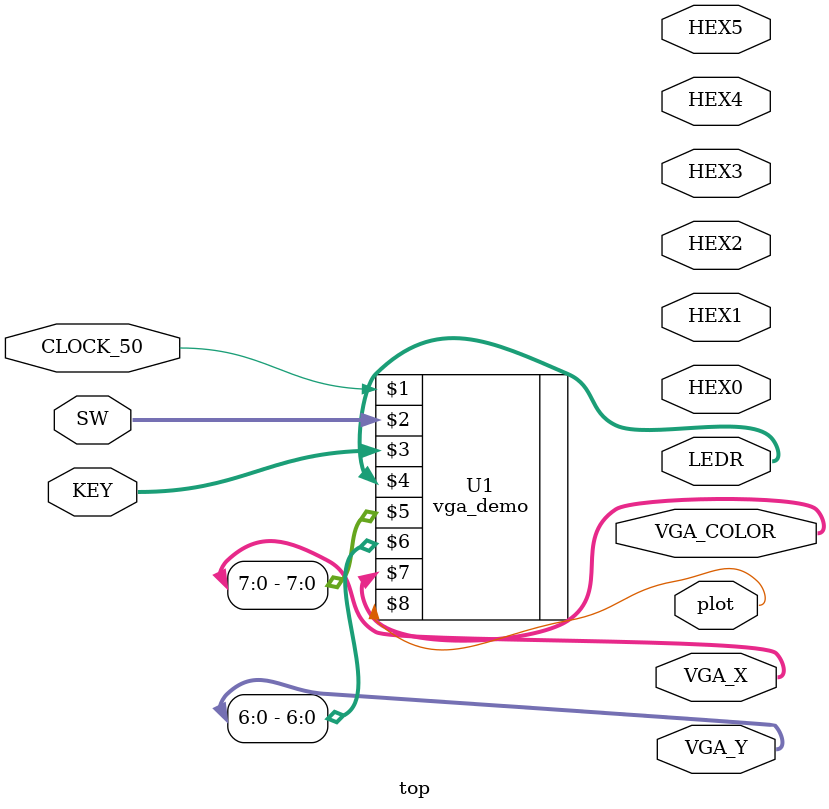
<source format=v>
module top (CLOCK_50, SW, KEY, HEX0, HEX1, HEX2, HEX3, HEX4, HEX5, LEDR, VGA_X, VGA_Y, VGA_COLOR, plot);

    input CLOCK_50;             // DE-series 50 MHz clock signal
    input wire [9:0] SW;        // DE-series switches
    input wire [3:0] KEY;       // DE-series pushbuttons

    output wire [6:0] HEX0;     // DE-series HEX displays
    output wire [6:0] HEX1;
    output wire [6:0] HEX2;
    output wire [6:0] HEX3;
    output wire [6:0] HEX4;
    output wire [6:0] HEX5;

    output wire [9:0] LEDR;     // DE-series LEDs   
    output wire [9:0] VGA_X;
    output wire [8:0] VGA_Y;
    output wire [23:0] VGA_COLOR;
    output wire plot;

    // The VGA resolution, which can be set to "640x480", "320x240", or "160x120"
    parameter RESOLUTION = "160x120";
    parameter COLOR_DEPTH = 9; // Can be set to 9, 6, or 3
    // VGA x bitwidth
    parameter n = (RESOLUTION == "640x480") ? 10 : ((RESOLUTION == "320x240") ? 9 : 8);
    vga_demo U1 (CLOCK_50, SW, KEY, LEDR, VGA_X[n-1:0], VGA_Y[n-2:0], VGA_COLOR, plot);
        defparam U1.RESOLUTION = RESOLUTION;
        defparam U1.COLOR_DEPTH = COLOR_DEPTH;

endmodule


</source>
